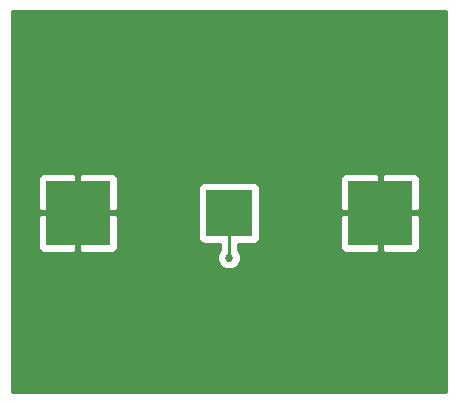
<source format=gbl>
G04 #@! TF.FileFunction,Copper,L2,Bot,Signal*
%FSLAX46Y46*%
G04 Gerber Fmt 4.6, Leading zero omitted, Abs format (unit mm)*
G04 Created by KiCad (PCBNEW 4.0.4-stable) date 01/29/17 13:46:40*
%MOMM*%
%LPD*%
G01*
G04 APERTURE LIST*
%ADD10C,0.100000*%
%ADD11R,4.000000X4.000000*%
%ADD12R,5.500000X5.500000*%
%ADD13C,0.685800*%
%ADD14C,0.254000*%
G04 APERTURE END LIST*
D10*
D11*
X148590000Y-106680000D03*
D12*
X135790000Y-106680000D03*
X161390000Y-106680000D03*
D13*
X148590000Y-110490000D03*
X143764000Y-107188000D03*
X151130000Y-99695000D03*
D14*
X148590000Y-106680000D02*
X148590000Y-110490000D01*
G36*
X166930000Y-121845000D02*
X130250000Y-121845000D01*
X130250000Y-106965750D01*
X132405000Y-106965750D01*
X132405000Y-109556310D01*
X132501673Y-109789699D01*
X132680302Y-109968327D01*
X132913691Y-110065000D01*
X135504250Y-110065000D01*
X135663000Y-109906250D01*
X135663000Y-106807000D01*
X135917000Y-106807000D01*
X135917000Y-109906250D01*
X136075750Y-110065000D01*
X138666309Y-110065000D01*
X138899698Y-109968327D01*
X139078327Y-109789699D01*
X139175000Y-109556310D01*
X139175000Y-106965750D01*
X139016250Y-106807000D01*
X135917000Y-106807000D01*
X135663000Y-106807000D01*
X132563750Y-106807000D01*
X132405000Y-106965750D01*
X130250000Y-106965750D01*
X130250000Y-103803690D01*
X132405000Y-103803690D01*
X132405000Y-106394250D01*
X132563750Y-106553000D01*
X135663000Y-106553000D01*
X135663000Y-103453750D01*
X135917000Y-103453750D01*
X135917000Y-106553000D01*
X139016250Y-106553000D01*
X139175000Y-106394250D01*
X139175000Y-104680000D01*
X145942560Y-104680000D01*
X145942560Y-108680000D01*
X145986838Y-108915317D01*
X146125910Y-109131441D01*
X146338110Y-109276431D01*
X146590000Y-109327440D01*
X147828000Y-109327440D01*
X147828000Y-109868917D01*
X147761460Y-109935341D01*
X147612270Y-110294630D01*
X147611931Y-110683663D01*
X147760493Y-111043212D01*
X148035341Y-111318540D01*
X148394630Y-111467730D01*
X148783663Y-111468069D01*
X149143212Y-111319507D01*
X149418540Y-111044659D01*
X149567730Y-110685370D01*
X149568069Y-110296337D01*
X149419507Y-109936788D01*
X149352000Y-109869163D01*
X149352000Y-109327440D01*
X150590000Y-109327440D01*
X150825317Y-109283162D01*
X151041441Y-109144090D01*
X151186431Y-108931890D01*
X151237440Y-108680000D01*
X151237440Y-106965750D01*
X158005000Y-106965750D01*
X158005000Y-109556310D01*
X158101673Y-109789699D01*
X158280302Y-109968327D01*
X158513691Y-110065000D01*
X161104250Y-110065000D01*
X161263000Y-109906250D01*
X161263000Y-106807000D01*
X161517000Y-106807000D01*
X161517000Y-109906250D01*
X161675750Y-110065000D01*
X164266309Y-110065000D01*
X164499698Y-109968327D01*
X164678327Y-109789699D01*
X164775000Y-109556310D01*
X164775000Y-106965750D01*
X164616250Y-106807000D01*
X161517000Y-106807000D01*
X161263000Y-106807000D01*
X158163750Y-106807000D01*
X158005000Y-106965750D01*
X151237440Y-106965750D01*
X151237440Y-104680000D01*
X151193162Y-104444683D01*
X151054090Y-104228559D01*
X150841890Y-104083569D01*
X150590000Y-104032560D01*
X146590000Y-104032560D01*
X146354683Y-104076838D01*
X146138559Y-104215910D01*
X145993569Y-104428110D01*
X145942560Y-104680000D01*
X139175000Y-104680000D01*
X139175000Y-103803690D01*
X158005000Y-103803690D01*
X158005000Y-106394250D01*
X158163750Y-106553000D01*
X161263000Y-106553000D01*
X161263000Y-103453750D01*
X161517000Y-103453750D01*
X161517000Y-106553000D01*
X164616250Y-106553000D01*
X164775000Y-106394250D01*
X164775000Y-103803690D01*
X164678327Y-103570301D01*
X164499698Y-103391673D01*
X164266309Y-103295000D01*
X161675750Y-103295000D01*
X161517000Y-103453750D01*
X161263000Y-103453750D01*
X161104250Y-103295000D01*
X158513691Y-103295000D01*
X158280302Y-103391673D01*
X158101673Y-103570301D01*
X158005000Y-103803690D01*
X139175000Y-103803690D01*
X139078327Y-103570301D01*
X138899698Y-103391673D01*
X138666309Y-103295000D01*
X136075750Y-103295000D01*
X135917000Y-103453750D01*
X135663000Y-103453750D01*
X135504250Y-103295000D01*
X132913691Y-103295000D01*
X132680302Y-103391673D01*
X132501673Y-103570301D01*
X132405000Y-103803690D01*
X130250000Y-103803690D01*
X130250000Y-89610000D01*
X166930000Y-89610000D01*
X166930000Y-121845000D01*
X166930000Y-121845000D01*
G37*
X166930000Y-121845000D02*
X130250000Y-121845000D01*
X130250000Y-106965750D01*
X132405000Y-106965750D01*
X132405000Y-109556310D01*
X132501673Y-109789699D01*
X132680302Y-109968327D01*
X132913691Y-110065000D01*
X135504250Y-110065000D01*
X135663000Y-109906250D01*
X135663000Y-106807000D01*
X135917000Y-106807000D01*
X135917000Y-109906250D01*
X136075750Y-110065000D01*
X138666309Y-110065000D01*
X138899698Y-109968327D01*
X139078327Y-109789699D01*
X139175000Y-109556310D01*
X139175000Y-106965750D01*
X139016250Y-106807000D01*
X135917000Y-106807000D01*
X135663000Y-106807000D01*
X132563750Y-106807000D01*
X132405000Y-106965750D01*
X130250000Y-106965750D01*
X130250000Y-103803690D01*
X132405000Y-103803690D01*
X132405000Y-106394250D01*
X132563750Y-106553000D01*
X135663000Y-106553000D01*
X135663000Y-103453750D01*
X135917000Y-103453750D01*
X135917000Y-106553000D01*
X139016250Y-106553000D01*
X139175000Y-106394250D01*
X139175000Y-104680000D01*
X145942560Y-104680000D01*
X145942560Y-108680000D01*
X145986838Y-108915317D01*
X146125910Y-109131441D01*
X146338110Y-109276431D01*
X146590000Y-109327440D01*
X147828000Y-109327440D01*
X147828000Y-109868917D01*
X147761460Y-109935341D01*
X147612270Y-110294630D01*
X147611931Y-110683663D01*
X147760493Y-111043212D01*
X148035341Y-111318540D01*
X148394630Y-111467730D01*
X148783663Y-111468069D01*
X149143212Y-111319507D01*
X149418540Y-111044659D01*
X149567730Y-110685370D01*
X149568069Y-110296337D01*
X149419507Y-109936788D01*
X149352000Y-109869163D01*
X149352000Y-109327440D01*
X150590000Y-109327440D01*
X150825317Y-109283162D01*
X151041441Y-109144090D01*
X151186431Y-108931890D01*
X151237440Y-108680000D01*
X151237440Y-106965750D01*
X158005000Y-106965750D01*
X158005000Y-109556310D01*
X158101673Y-109789699D01*
X158280302Y-109968327D01*
X158513691Y-110065000D01*
X161104250Y-110065000D01*
X161263000Y-109906250D01*
X161263000Y-106807000D01*
X161517000Y-106807000D01*
X161517000Y-109906250D01*
X161675750Y-110065000D01*
X164266309Y-110065000D01*
X164499698Y-109968327D01*
X164678327Y-109789699D01*
X164775000Y-109556310D01*
X164775000Y-106965750D01*
X164616250Y-106807000D01*
X161517000Y-106807000D01*
X161263000Y-106807000D01*
X158163750Y-106807000D01*
X158005000Y-106965750D01*
X151237440Y-106965750D01*
X151237440Y-104680000D01*
X151193162Y-104444683D01*
X151054090Y-104228559D01*
X150841890Y-104083569D01*
X150590000Y-104032560D01*
X146590000Y-104032560D01*
X146354683Y-104076838D01*
X146138559Y-104215910D01*
X145993569Y-104428110D01*
X145942560Y-104680000D01*
X139175000Y-104680000D01*
X139175000Y-103803690D01*
X158005000Y-103803690D01*
X158005000Y-106394250D01*
X158163750Y-106553000D01*
X161263000Y-106553000D01*
X161263000Y-103453750D01*
X161517000Y-103453750D01*
X161517000Y-106553000D01*
X164616250Y-106553000D01*
X164775000Y-106394250D01*
X164775000Y-103803690D01*
X164678327Y-103570301D01*
X164499698Y-103391673D01*
X164266309Y-103295000D01*
X161675750Y-103295000D01*
X161517000Y-103453750D01*
X161263000Y-103453750D01*
X161104250Y-103295000D01*
X158513691Y-103295000D01*
X158280302Y-103391673D01*
X158101673Y-103570301D01*
X158005000Y-103803690D01*
X139175000Y-103803690D01*
X139078327Y-103570301D01*
X138899698Y-103391673D01*
X138666309Y-103295000D01*
X136075750Y-103295000D01*
X135917000Y-103453750D01*
X135663000Y-103453750D01*
X135504250Y-103295000D01*
X132913691Y-103295000D01*
X132680302Y-103391673D01*
X132501673Y-103570301D01*
X132405000Y-103803690D01*
X130250000Y-103803690D01*
X130250000Y-89610000D01*
X166930000Y-89610000D01*
X166930000Y-121845000D01*
M02*

</source>
